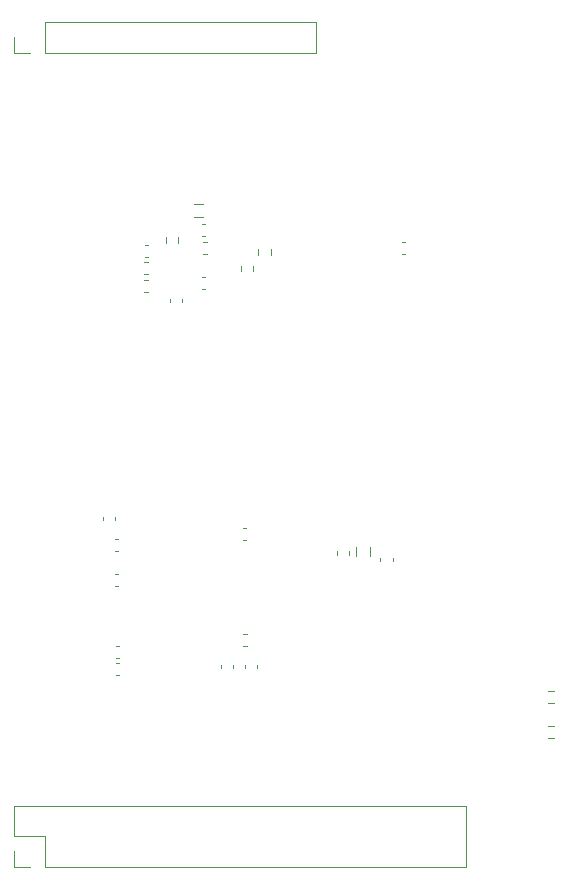
<source format=gbr>
%TF.GenerationSoftware,KiCad,Pcbnew,8.0.4-8.0.4-0~ubuntu22.04.1*%
%TF.CreationDate,2024-09-01T23:10:33+08:00*%
%TF.ProjectId,R820T_With_LCMXO2,52383230-545f-4576-9974-685f4c434d58,rev?*%
%TF.SameCoordinates,Original*%
%TF.FileFunction,Legend,Bot*%
%TF.FilePolarity,Positive*%
%FSLAX46Y46*%
G04 Gerber Fmt 4.6, Leading zero omitted, Abs format (unit mm)*
G04 Created by KiCad (PCBNEW 8.0.4-8.0.4-0~ubuntu22.04.1) date 2024-09-01 23:10:33*
%MOMM*%
%LPD*%
G01*
G04 APERTURE LIST*
%ADD10C,0.120000*%
G04 APERTURE END LIST*
D10*
%TO.C,C47*%
X121809420Y-93640000D02*
X122090580Y-93640000D01*
X121809420Y-94660000D02*
X122090580Y-94660000D01*
%TO.C,R13*%
X125102500Y-97637258D02*
X125102500Y-97162742D01*
X126147500Y-97637258D02*
X126147500Y-97162742D01*
%TO.C,C40*%
X123427500Y-130959421D02*
X123427500Y-131240581D01*
X124447500Y-130959421D02*
X124447500Y-131240581D01*
%TO.C,R5*%
X118802500Y-95212258D02*
X118802500Y-94737742D01*
X119847500Y-95212258D02*
X119847500Y-94737742D01*
%TO.C,C43*%
X119115000Y-99959420D02*
X119115000Y-100240580D01*
X120135000Y-99959420D02*
X120135000Y-100240580D01*
%TO.C,C38*%
X114803080Y-129340001D02*
X114521920Y-129340001D01*
X114803080Y-130360001D02*
X114521920Y-130360001D01*
%TO.C,C42*%
X125346920Y-128340001D02*
X125628080Y-128340001D01*
X125346920Y-129360001D02*
X125628080Y-129360001D01*
%TO.C,C48*%
X121959420Y-95140000D02*
X122240580Y-95140000D01*
X121959420Y-96160000D02*
X122240580Y-96160000D01*
%TO.C,C35*%
X114753080Y-120290001D02*
X114471920Y-120290001D01*
X114753080Y-121310001D02*
X114471920Y-121310001D01*
%TO.C,C8*%
X138759420Y-95140000D02*
X139040580Y-95140000D01*
X138759420Y-96160000D02*
X139040580Y-96160000D01*
%TO.C,C20*%
X136952500Y-121909421D02*
X136952500Y-122190581D01*
X137972500Y-121909421D02*
X137972500Y-122190581D01*
%TO.C,C39*%
X125477500Y-130959421D02*
X125477500Y-131240581D01*
X126497500Y-130959421D02*
X126497500Y-131240581D01*
%TO.C,R14*%
X126602500Y-95762742D02*
X126602500Y-96237258D01*
X127647500Y-95762742D02*
X127647500Y-96237258D01*
%TO.C,R1*%
X151162742Y-133177500D02*
X151637258Y-133177500D01*
X151162742Y-134222500D02*
X151637258Y-134222500D01*
%TO.C,C44*%
X117230580Y-96882500D02*
X116949420Y-96882500D01*
X117230580Y-97902500D02*
X116949420Y-97902500D01*
%TO.C,C19*%
X133302500Y-121359421D02*
X133302500Y-121640581D01*
X134322500Y-121359421D02*
X134322500Y-121640581D01*
%TO.C,J5*%
X105957113Y-79174521D02*
X105957113Y-77844521D01*
X107287113Y-79174521D02*
X105957113Y-79174521D01*
X108557113Y-79174521D02*
X108557113Y-76514521D01*
X131477113Y-76514521D02*
X108557113Y-76514521D01*
X131477113Y-79174521D02*
X108557113Y-79174521D01*
X131477113Y-79174521D02*
X131477113Y-76514521D01*
%TO.C,C41*%
X114828080Y-130840001D02*
X114546920Y-130840001D01*
X114828080Y-131860001D02*
X114546920Y-131860001D01*
%TO.C,R2*%
X151162742Y-136127500D02*
X151637258Y-136127500D01*
X151162742Y-137172500D02*
X151637258Y-137172500D01*
%TO.C,J7*%
X105943600Y-145486254D02*
X105943600Y-142886254D01*
X105943600Y-148086254D02*
X105943600Y-146756254D01*
X107273600Y-148086254D02*
X105943600Y-148086254D01*
X108543600Y-145486254D02*
X105943600Y-145486254D01*
X108543600Y-148086254D02*
X108543600Y-145486254D01*
X144163600Y-142886254D02*
X105943600Y-142886254D01*
X144163600Y-148086254D02*
X108543600Y-148086254D01*
X144163600Y-148086254D02*
X144163600Y-142886254D01*
%TO.C,L2*%
X134902500Y-120975379D02*
X134902500Y-121774623D01*
X136022500Y-120975379D02*
X136022500Y-121774623D01*
%TO.C,C46*%
X117240580Y-98390000D02*
X116959420Y-98390000D01*
X117240580Y-99410000D02*
X116959420Y-99410000D01*
%TO.C,C36*%
X114728080Y-123290001D02*
X114446920Y-123290001D01*
X114728080Y-124310001D02*
X114446920Y-124310001D01*
%TO.C,C45*%
X117255580Y-95372500D02*
X116974420Y-95372500D01*
X117255580Y-96392500D02*
X116974420Y-96392500D01*
%TO.C,C34*%
X125321920Y-119340001D02*
X125603080Y-119340001D01*
X125321920Y-120360001D02*
X125603080Y-120360001D01*
%TO.C,C64*%
X121834420Y-98090000D02*
X122115580Y-98090000D01*
X121834420Y-99110000D02*
X122115580Y-99110000D01*
%TO.C,L8*%
X121937122Y-91940000D02*
X121137878Y-91940000D01*
X121937122Y-93060000D02*
X121137878Y-93060000D01*
%TO.C,C33*%
X113427500Y-118690581D02*
X113427500Y-118409421D01*
X114447500Y-118690581D02*
X114447500Y-118409421D01*
%TD*%
M02*

</source>
